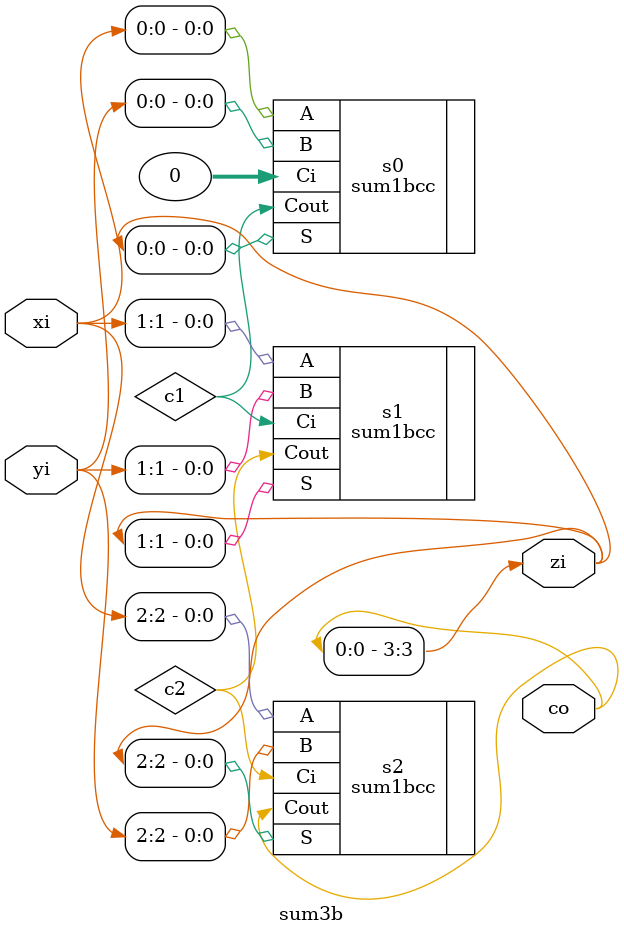
<source format=v>
module sum3b (xi, yi, co, zi);

  input [2:0] xi;
  input [2:0] yi;
  output co;
  output [3:0] zi;
  
  wire c1,c2;
  sum1bcc s0 (.A(xi[0]), .B(yi[0]), .Ci(0),  .Cout(c1), .S(zi[0]));
  sum1bcc s1 (.A(xi[1]), .B(yi[1]), .Ci(c1), .Cout(c2), .S(zi[1]));
  sum1bcc s2 (.A(xi[2]), .B(yi[2]), .Ci(c2), .Cout(co), .S(zi[2]));
  
  assign zi[3] = co;		

endmodule

</source>
